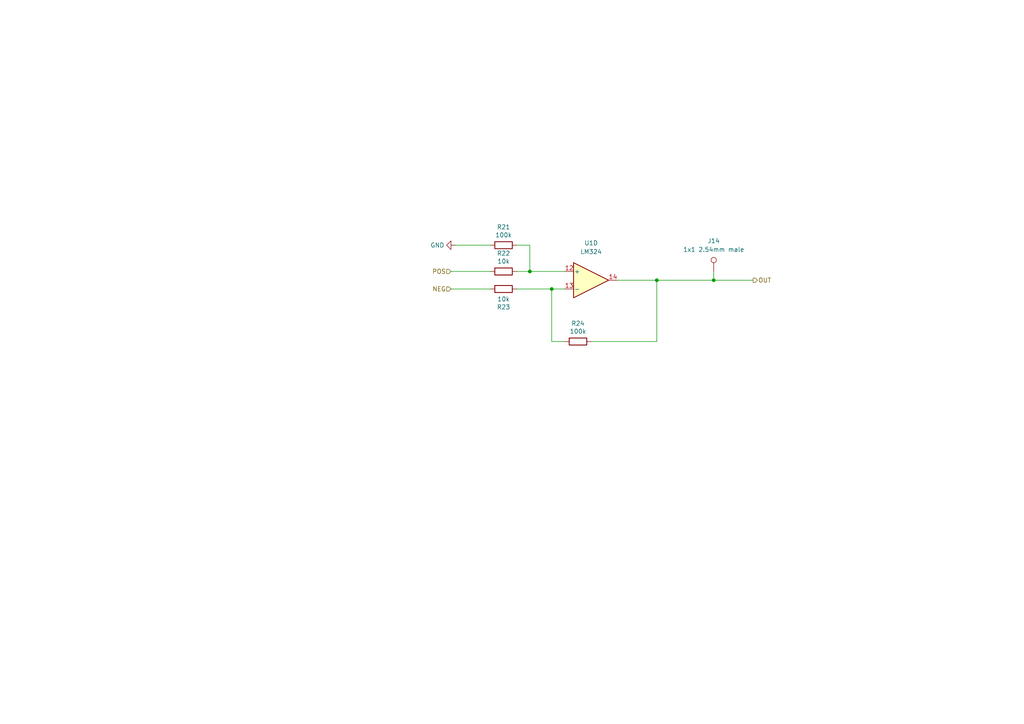
<source format=kicad_sch>
(kicad_sch (version 20211123) (generator eeschema)
  (paper "A4")
  (lib_symbols
    (symbol "Amplifier_Operational:LM324" (pin_names (offset 0.127))
      (property "Reference" "U" (at 0 5.08 0))
      (property "Value" "LM324" (at 0 -5.08 0))
      (symbol "LM324_1_1"
        (polyline (pts (xy -5.08 5.08) (xy 5.08 0) (xy -5.08 -5.08) (xy -5.08 5.08)) (stroke (width 0.254)) (fill (type background)))
        (pin output line (at 7.62 0 180) (length 2.54) (name "~") (number "1"))
        (pin input line (at -7.62 -2.54 0) (length 2.54) (name "-") (number "2"))
        (pin input line (at -7.62 2.54 0) (length 2.54) (name "+") (number "3"))
      )
      (symbol "LM324_2_1"
        (polyline (pts (xy -5.08 5.08) (xy 5.08 0) (xy -5.08 -5.08) (xy -5.08 5.08)) (stroke (width 0.254)) (fill (type background)))
        (pin input line (at -7.62 2.54 0) (length 2.54) (name "+") (number "5"))
        (pin input line (at -7.62 -2.54 0) (length 2.54) (name "-") (number "6"))
        (pin output line (at 7.62 0 180) (length 2.54) (name "~") (number "7"))
      )
      (symbol "LM324_3_1"
        (polyline (pts (xy -5.08 5.08) (xy 5.08 0) (xy -5.08 -5.08) (xy -5.08 5.08)) (stroke (width 0.254)) (fill (type background)))
        (pin input line (at -7.62 2.54 0) (length 2.54) (name "+") (number "10"))
        (pin output line (at 7.62 0 180) (length 2.54) (name "~") (number "8"))
        (pin input line (at -7.62 -2.54 0) (length 2.54) (name "-") (number "9"))
      )
      (symbol "LM324_4_1"
        (polyline (pts (xy -5.08 5.08) (xy 5.08 0) (xy -5.08 -5.08) (xy -5.08 5.08)) (stroke (width 0.254)) (fill (type background)))
        (pin input line (at -7.62 2.54 0) (length 2.54) (name "+") (number "12"))
        (pin input line (at -7.62 -2.54 0) (length 2.54) (name "-") (number "13"))
        (pin output line (at 7.62 0 180) (length 2.54) (name "~") (number "14"))
      )
      (symbol "LM324_5_1"
        (pin power_in line (at -2.54 -7.62 90) (length 3.81) (name "V-") (number "11"))
        (pin power_in line (at -2.54 7.62 270) (length 3.81) (name "V+") (number "4"))
      )
    )
    (symbol "Connector:TestPoint" (pin_numbers hide) (pin_names (offset 0.762) hide)
      (property "Reference" "TP" (at 0 6.858 0))
      (property "Value" "TestPoint" (at 0 5.08 0))
      (symbol "TestPoint_0_1"
        (circle (center 0 3.302) (radius 0.762))
      )
      (symbol "TestPoint_1_1"
        (pin passive line (at 0 0 90) (length 2.54) (name "1") (number "1"))
      )
    )
    (symbol "Device:R" (pin_numbers hide) (pin_names (offset 0))
      (property "Reference" "R" (at 2.032 0 90))
      (property "Value" "R" (at 0 0 90))
      (symbol "R_0_1"
        (rectangle (start -1.016 -2.54) (end 1.016 2.54) (stroke (width 0.254)))
      )
      (symbol "R_1_1"
        (pin passive line (at 0 3.81 270) (length 1.27) (name "~") (number "1"))
        (pin passive line (at 0 -3.81 90) (length 1.27) (name "~") (number "2"))
      )
    )
    (symbol "power:GND" (power) (pin_names (offset 0))
      (property "Value" "GND" (at 0 -3.81 0))
      (symbol "GND_0_1"
        (polyline (pts (xy 0 0) (xy 0 -1.27) (xy 1.27 -1.27) (xy 0 -2.54) (xy -1.27 -1.27) (xy 0 -1.27)))
      )
      (symbol "GND_1_1"
        (pin power_in line (at 0 0 270) (length 0) hide (name "GND") (number "1"))
      )
    )
  )
  (junction (at 153.67 78.74))
  (junction (at 190.5 81.28))
  (junction (at 207.01 81.28))
  (junction (at 160.02 83.82))
  (wire (pts (xy 160.02 83.82) (xy 160.02 99.06)))
  (wire (pts (xy 153.67 78.74) (xy 149.86 78.74)))
  (wire (pts (xy 149.86 71.12) (xy 153.67 71.12)))
  (wire (pts (xy 190.5 81.28) (xy 207.01 81.28)))
  (wire (pts (xy 130.81 78.74) (xy 142.24 78.74)))
  (wire (pts (xy 160.02 99.06) (xy 163.83 99.06)))
  (wire (pts (xy 179.07 81.28) (xy 190.5 81.28)))
  (wire (pts (xy 149.86 83.82) (xy 160.02 83.82)))
  (wire (pts (xy 207.01 81.28) (xy 207.01 78.74)))
  (wire (pts (xy 153.67 78.74) (xy 163.83 78.74)))
  (wire (pts (xy 190.5 99.06) (xy 190.5 81.28)))
  (wire (pts (xy 132.08 71.12) (xy 142.24 71.12)))
  (wire (pts (xy 160.02 83.82) (xy 163.83 83.82)))
  (wire (pts (xy 171.45 99.06) (xy 190.5 99.06)))
  (wire (pts (xy 153.67 71.12) (xy 153.67 78.74)))
  (wire (pts (xy 207.01 81.28) (xy 218.44 81.28)))
  (wire (pts (xy 130.81 83.82) (xy 142.24 83.82)))
  (hierarchical_label "NEG" (shape input) (at 130.81 83.82 180))
  (hierarchical_label "POS" (shape input) (at 130.81 78.74 180))
  (hierarchical_label "OUT" (shape output) (at 218.44 81.28 0))
  (symbol (lib_id "power:GND") (at 132.08 71.12 270) (unit 1)
    (property "Reference" "#PWR?" (effects hide))
    (property "Value" "GND" (at 128.905 71.1199 90) (effects (justify right)))
  )
  (symbol (lib_id "Connector:TestPoint") (at 207.01 78.74 0) (unit 1)
    (property "Reference" "J14" (at 207.01 69.85 0))
    (property "Value" "1x1 2.54mm male" (at 207.01 72.39 0))
    (property "Footprint" "Connector_PinHeader_2.54mm:PinHeader_1x01_P2.54mm_Vertical" (effects hide))
  )
  (symbol (lib_id "Amplifier_Operational:LM324") (at 171.45 81.28 0) (unit 4)
    (property "Reference" "U1" (at 171.45 70.485 0))
    (property "Value" "LM324" (at 171.45 73.025 0))
    (property "Footprint" "Package_DIP:DIP-14_W7.62mm" (effects hide))
    (property "Datasheet" "http://www.ti.com/lit/ds/symlink/lm2902-n.pdf" (effects hide))
  )
  (symbol (lib_id "Device:R") (at 146.05 83.82 270) (mirror x) (unit 1)
    (property "Reference" "R23" (at 146.05 89.0778 90))
    (property "Value" "10k" (at 146.05 86.7664 90))
    (property "Footprint" "For_Rasterboard:R_Axial_DIN0207_L6.3mm_D2.5mm_P7.62mm_Horizontal" (effects hide))
  )
  (symbol (lib_id "Device:R") (at 167.64 99.06 270) (unit 1)
    (property "Reference" "R24" (at 167.64 93.8022 90))
    (property "Value" "100k" (at 167.64 96.1136 90))
    (property "Footprint" "For_Rasterboard:R_Axial_DIN0207_L6.3mm_D2.5mm_P2.54mm_Vertical" (effects hide))
  )
  (symbol (lib_id "Device:R") (at 146.05 71.12 90) (mirror x) (unit 1)
    (property "Reference" "R21" (at 146.05 65.8622 90))
    (property "Value" "100k" (at 146.05 68.1736 90))
    (property "Footprint" "For_Rasterboard:R_Axial_DIN0207_L6.3mm_D2.5mm_Pinf_Horizontal" (effects hide))
  )
  (symbol (lib_id "Device:R") (at 146.05 78.74 90) (mirror x) (unit 1)
    (property "Reference" "R22" (at 146.05 73.4822 90))
    (property "Value" "10k" (at 146.05 75.7936 90))
    (property "Footprint" "For_Rasterboard:R_Axial_DIN0207_L6.3mm_D2.5mm_P7.62mm_Horizontal" (effects hide))
  )
)
</source>
